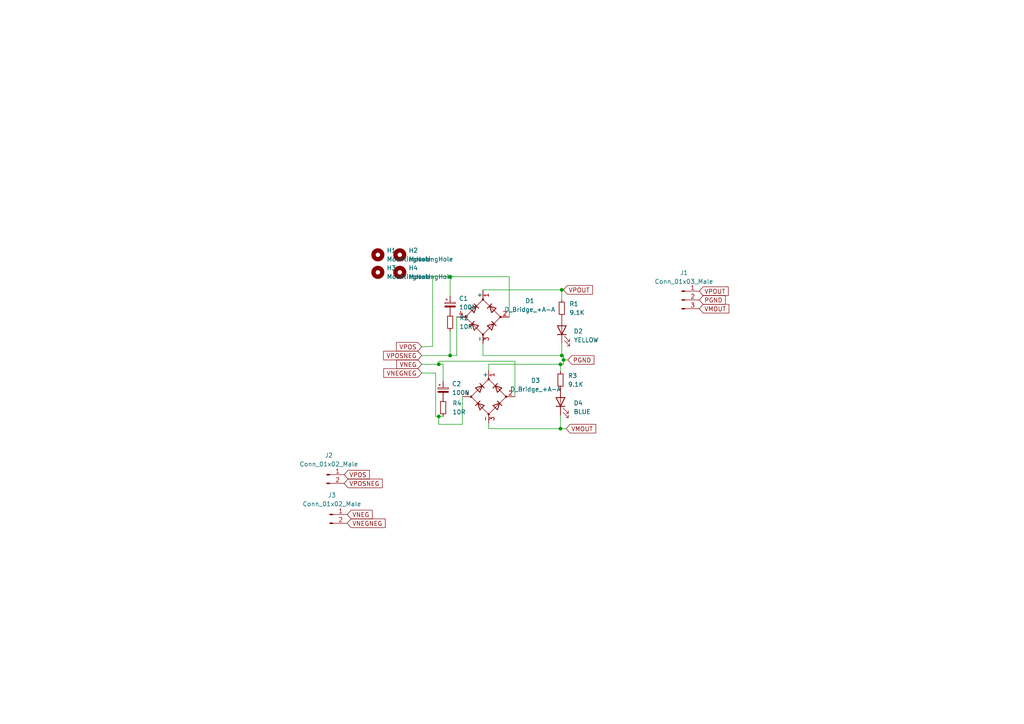
<source format=kicad_sch>
(kicad_sch (version 20211123) (generator eeschema)
  (paper "A4")
  (lib_symbols
    (symbol "Connector:Conn_01x02_Male" (pin_names (offset 1.016) hide)
      (property "Reference" "J" (at 0 2.54 0))
      (property "Value" "Conn_01x02_Male" (at 0 -5.08 0))
      (symbol "Conn_01x02_Male_1_1"
        (polyline (pts (xy 1.27 -2.54) (xy 0.8636 -2.54)) (stroke (width 0.1524)))
        (polyline (pts (xy 1.27 0) (xy 0.8636 0)) (stroke (width 0.1524)))
        (rectangle (start 0.8636 -2.413) (end 0 -2.667) (stroke (width 0.1524)) (fill (type outline)))
        (rectangle (start 0.8636 0.127) (end 0 -0.127) (stroke (width 0.1524)) (fill (type outline)))
        (pin passive line (at 5.08 0 180) (length 3.81) (name "Pin_1") (number "1"))
        (pin passive line (at 5.08 -2.54 180) (length 3.81) (name "Pin_2") (number "2"))
      )
    )
    (symbol "Connector:Conn_01x03_Male" (pin_names (offset 1.016) hide)
      (property "Reference" "J" (at 0 5.08 0))
      (property "Value" "Conn_01x03_Male" (at 0 -5.08 0))
      (symbol "Conn_01x03_Male_1_1"
        (polyline (pts (xy 1.27 -2.54) (xy 0.8636 -2.54)) (stroke (width 0.1524)))
        (polyline (pts (xy 1.27 0) (xy 0.8636 0)) (stroke (width 0.1524)))
        (polyline (pts (xy 1.27 2.54) (xy 0.8636 2.54)) (stroke (width 0.1524)))
        (rectangle (start 0.8636 -2.413) (end 0 -2.667) (stroke (width 0.1524)) (fill (type outline)))
        (rectangle (start 0.8636 0.127) (end 0 -0.127) (stroke (width 0.1524)) (fill (type outline)))
        (rectangle (start 0.8636 2.667) (end 0 2.413) (stroke (width 0.1524)) (fill (type outline)))
        (pin passive line (at 5.08 2.54 180) (length 3.81) (name "Pin_1") (number "1"))
        (pin passive line (at 5.08 0 180) (length 3.81) (name "Pin_2") (number "2"))
        (pin passive line (at 5.08 -2.54 180) (length 3.81) (name "Pin_3") (number "3"))
      )
    )
    (symbol "Device:C_Polarized_Small" (pin_numbers hide) (pin_names (offset 0.254) hide)
      (property "Reference" "C" (at 0.254 1.778 0))
      (property "Value" "C_Polarized_Small" (at 0.254 -2.032 0))
      (symbol "C_Polarized_Small_0_1"
        (rectangle (start -1.524 -0.3048) (end 1.524 -0.6858) (fill (type outline)))
        (rectangle (start -1.524 0.6858) (end 1.524 0.3048))
        (polyline (pts (xy -1.27 1.524) (xy -0.762 1.524)))
        (polyline (pts (xy -1.016 1.27) (xy -1.016 1.778)))
      )
      (symbol "C_Polarized_Small_1_1"
        (pin passive line (at 0 2.54 270) (length 1.8542) (name "~") (number "1"))
        (pin passive line (at 0 -2.54 90) (length 1.8542) (name "~") (number "2"))
      )
    )
    (symbol "Device:D_Bridge_+A-A" (pin_names (offset 0))
      (property "Reference" "D" (at 2.54 6.985 0))
      (property "Value" "D_Bridge_+A-A" (at 2.54 5.08 0))
      (symbol "D_Bridge_+A-A_0_1"
        (circle (center -5.08 0) (radius 0.254) (fill (type outline)))
        (circle (center 0 -5.08) (radius 0.254) (fill (type outline)))
        (polyline (pts (xy -2.54 3.81) (xy -1.27 2.54)) (stroke (width 0.254)))
        (polyline (pts (xy -1.27 -2.54) (xy -2.54 -3.81)) (stroke (width 0.254)))
        (polyline (pts (xy 2.54 -1.27) (xy 3.81 -2.54)) (stroke (width 0.254)))
        (polyline (pts (xy 2.54 1.27) (xy 3.81 2.54)) (stroke (width 0.254)))
        (polyline (pts (xy -3.81 2.54) (xy -2.54 1.27) (xy -1.905 3.175) (xy -3.81 2.54)) (stroke (width 0.254)))
        (polyline (pts (xy -2.54 -1.27) (xy -3.81 -2.54) (xy -1.905 -3.175) (xy -2.54 -1.27)) (stroke (width 0.254)))
        (polyline (pts (xy 1.27 2.54) (xy 2.54 3.81) (xy 3.175 1.905) (xy 1.27 2.54)) (stroke (width 0.254)))
        (polyline (pts (xy 3.175 -1.905) (xy 1.27 -2.54) (xy 2.54 -3.81) (xy 3.175 -1.905)) (stroke (width 0.254)))
        (polyline (pts (xy -5.08 0) (xy 0 -5.08) (xy 5.08 0) (xy 0 5.08) (xy -5.08 0)))
        (circle (center 0 5.08) (radius 0.254) (fill (type outline)))
        (circle (center 5.08 0) (radius 0.254) (fill (type outline)))
      )
      (symbol "D_Bridge_+A-A_1_1"
        (pin passive line (at 7.62 0 180) (length 2.54) (name "+") (number "1"))
        (pin passive line (at 0 -7.62 90) (length 2.54) (name "~") (number "2"))
        (pin passive line (at -7.62 0 0) (length 2.54) (name "-") (number "3"))
        (pin passive line (at 0 7.62 270) (length 2.54) (name "~") (number "4"))
      )
    )
    (symbol "Device:LED" (pin_numbers hide) (pin_names (offset 1.016) hide)
      (property "Reference" "D" (at 0 2.54 0))
      (property "Value" "LED" (at 0 -2.54 0))
      (symbol "LED_0_1"
        (polyline (pts (xy -1.27 -1.27) (xy -1.27 1.27)) (stroke (width 0.254)))
        (polyline (pts (xy -1.27 0) (xy 1.27 0)))
        (polyline (pts (xy 1.27 -1.27) (xy 1.27 1.27) (xy -1.27 0) (xy 1.27 -1.27)) (stroke (width 0.254)))
        (polyline (pts (xy -3.048 -0.762) (xy -4.572 -2.286) (xy -3.81 -2.286) (xy -4.572 -2.286) (xy -4.572 -1.524)))
        (polyline (pts (xy -1.778 -0.762) (xy -3.302 -2.286) (xy -2.54 -2.286) (xy -3.302 -2.286) (xy -3.302 -1.524)))
      )
      (symbol "LED_1_1"
        (pin passive line (at -3.81 0 0) (length 2.54) (name "K") (number "1"))
        (pin passive line (at 3.81 0 180) (length 2.54) (name "A") (number "2"))
      )
    )
    (symbol "Device:R_Small" (pin_numbers hide) (pin_names (offset 0.254) hide)
      (property "Reference" "R" (at 0.762 0.508 0))
      (property "Value" "R_Small" (at 0.762 -1.016 0))
      (symbol "R_Small_0_1"
        (rectangle (start -0.762 1.778) (end 0.762 -1.778) (stroke (width 0.2032)))
      )
      (symbol "R_Small_1_1"
        (pin passive line (at 0 2.54 270) (length 0.762) (name "~") (number "1"))
        (pin passive line (at 0 -2.54 90) (length 0.762) (name "~") (number "2"))
      )
    )
    (symbol "Mechanical:MountingHole" (pin_names (offset 1.016))
      (property "Reference" "H" (at 0 5.08 0))
      (property "Value" "MountingHole" (at 0 3.175 0))
      (symbol "MountingHole_0_1"
        (circle (center 0 0) (radius 1.27) (stroke (width 1.27)))
      )
    )
  )
  (junction (at 162.941 84.074))
  (junction (at 162.56 105.664))
  (junction (at 162.56 124.333))
  (junction (at 130.556 103.124))
  (junction (at 127.254 120.777))
  (junction (at 163.449 104.394))
  (junction (at 130.556 80.264))
  (junction (at 127.254 105.664))
  (junction (at 162.941 103.124))
  (wire (pts (xy 127.254 104.775) (xy 127.254 105.664)))
  (wire (pts (xy 162.56 105.664) (xy 162.56 107.696)))
  (wire (pts (xy 128.524 120.777) (xy 127.254 120.777)))
  (wire (pts (xy 127.254 105.664) (xy 128.524 105.664)))
  (wire (pts (xy 126.365 120.777) (xy 126.365 108.204)))
  (wire (pts (xy 130.556 96.012) (xy 130.556 103.124)))
  (wire (pts (xy 149.352 104.775) (xy 149.352 115.062)))
  (wire (pts (xy 128.524 105.664) (xy 128.524 110.617)))
  (wire (pts (xy 163.449 103.124) (xy 163.449 104.394)))
  (wire (pts (xy 147.701 80.264) (xy 130.556 80.264)))
  (wire (pts (xy 140.081 84.328) (xy 140.081 84.074)))
  (wire (pts (xy 141.732 105.664) (xy 162.56 105.664)))
  (wire (pts (xy 125.476 100.457) (xy 122.301 100.584)))
  (wire (pts (xy 125.476 80.137) (xy 125.476 100.457)))
  (wire (pts (xy 162.941 84.074) (xy 163.449 84.074)))
  (wire (pts (xy 141.732 124.333) (xy 141.732 122.682)))
  (wire (pts (xy 147.701 80.264) (xy 147.701 91.948)))
  (wire (pts (xy 122.301 105.664) (xy 127.254 105.664)))
  (wire (pts (xy 130.556 80.264) (xy 130.556 85.852)))
  (wire (pts (xy 140.081 84.074) (xy 162.941 84.074)))
  (wire (pts (xy 162.56 105.664) (xy 163.449 105.664)))
  (wire (pts (xy 122.301 103.124) (xy 130.556 103.124)))
  (wire (pts (xy 132.461 91.948) (xy 132.461 103.124)))
  (wire (pts (xy 141.732 124.333) (xy 162.56 124.333)))
  (wire (pts (xy 140.081 103.124) (xy 162.941 103.124)))
  (wire (pts (xy 127.254 120.777) (xy 127.254 123.063)))
  (wire (pts (xy 130.556 80.264) (xy 125.476 80.137)))
  (wire (pts (xy 134.112 123.063) (xy 127.254 123.063)))
  (wire (pts (xy 162.56 124.333) (xy 164.211 124.333)))
  (wire (pts (xy 122.301 108.204) (xy 126.365 108.204)))
  (wire (pts (xy 127.254 120.777) (xy 126.365 120.777)))
  (wire (pts (xy 162.941 84.074) (xy 162.941 86.868)))
  (wire (pts (xy 141.732 105.664) (xy 141.732 107.442)))
  (wire (pts (xy 140.081 99.568) (xy 140.081 103.124)))
  (wire (pts (xy 162.941 99.568) (xy 162.941 103.124)))
  (wire (pts (xy 163.449 104.394) (xy 163.449 105.664)))
  (wire (pts (xy 130.556 103.124) (xy 132.461 103.124)))
  (wire (pts (xy 162.941 103.124) (xy 163.449 103.124)))
  (wire (pts (xy 134.112 115.062) (xy 134.112 123.063)))
  (wire (pts (xy 149.352 104.775) (xy 127.254 104.775)))
  (wire (pts (xy 163.449 104.394) (xy 164.719 104.394)))
  (wire (pts (xy 162.56 120.396) (xy 162.56 124.333)))
  (global_label "VPOUT" (shape input) (at 163.449 84.074 0) (property "Intersheet References" "${INTERSHEET_REFS}" (effects hide)))
  (global_label "VPOSNEG" (shape input) (at 122.301 103.124 180) (property "Intersheet References" "${INTERSHEET_REFS}" (effects hide)))
  (global_label "VMOUT" (shape input) (at 164.211 124.333 0) (property "Intersheet References" "${INTERSHEET_REFS}" (effects hide)))
  (global_label "VPOS" (shape input) (at 99.822 137.668 0) (property "Intersheet References" "${INTERSHEET_REFS}" (effects hide)))
  (global_label "VNEGNEG" (shape input) (at 122.301 108.204 180) (property "Intersheet References" "${INTERSHEET_REFS}" (effects hide)))
  (global_label "VPOUT" (shape input) (at 202.819 84.455 0) (property "Intersheet References" "${INTERSHEET_REFS}" (effects hide)))
  (global_label "VMOUT" (shape input) (at 202.819 89.535 0) (property "Intersheet References" "${INTERSHEET_REFS}" (effects hide)))
  (global_label "VNEG" (shape input) (at 122.301 105.664 180) (property "Intersheet References" "${INTERSHEET_REFS}" (effects hide)))
  (global_label "PGND" (shape input) (at 164.719 104.394 0) (property "Intersheet References" "${INTERSHEET_REFS}" (effects hide)))
  (global_label "VPOSNEG" (shape input) (at 99.822 140.208 0) (property "Intersheet References" "${INTERSHEET_REFS}" (effects hide)))
  (global_label "PGND" (shape input) (at 202.819 86.995 0) (property "Intersheet References" "${INTERSHEET_REFS}" (effects hide)))
  (global_label "VPOS" (shape input) (at 122.301 100.584 180) (property "Intersheet References" "${INTERSHEET_REFS}" (effects hide)))
  (global_label "VNEGNEG" (shape input) (at 100.711 151.765 0) (property "Intersheet References" "${INTERSHEET_REFS}" (effects hide)))
  (global_label "VNEG" (shape input) (at 100.711 149.225 0) (property "Intersheet References" "${INTERSHEET_REFS}" (effects hide)))
  (symbol (lib_id "Device:D_Bridge_+A-A") (at 141.732 115.062 90) (unit 1)
    (property "Reference" "D3" (at 155.321 110.363 90))
    (property "Value" "D_Bridge_+A-A" (at 155.321 112.903 90))
    (property "Footprint" "Diode_THT:Diode_Bridge_19.0x19.0x6.8mm_P12.7mm" (effects hide))
  )
  (symbol (lib_id "Connector:Conn_01x02_Male") (at 94.742 137.668 0) (unit 1)
    (property "Reference" "J2" (at 95.377 132.08 0))
    (property "Value" "Conn_01x02_Male" (at 95.377 134.62 0))
    (property "Footprint" "Connector_JST:JST_VH_B2P-VH-B_1x02_P3.96mm_Vertical" (effects hide))
  )
  (symbol (lib_id "Device:R_Small") (at 162.56 110.236 0) (unit 1)
    (property "Reference" "R3" (at 164.719 108.9659 0) (effects (justify left)))
    (property "Value" "9.1K" (at 164.719 111.5059 0) (effects (justify left)))
    (property "Footprint" "Resistor_SMD:R_0805_2012Metric_Pad1.20x1.40mm_HandSolder" (effects hide))
  )
  (symbol (lib_id "Mechanical:MountingHole") (at 109.601 78.994 0) (unit 1)
    (property "Reference" "H3" (at 112.141 77.7239 0) (effects (justify left)))
    (property "Value" "MountingHole" (at 112.141 80.2639 0) (effects (justify left)))
    (property "Footprint" "MountingHole:MountingHole_3mm" (effects hide))
  )
  (symbol (lib_id "Mechanical:MountingHole") (at 109.601 73.914 0) (unit 1)
    (property "Reference" "H1" (at 112.141 72.6439 0) (effects (justify left)))
    (property "Value" "MountingHole" (at 112.141 75.1839 0) (effects (justify left)))
    (property "Footprint" "MountingHole:MountingHole_3mm" (effects hide))
  )
  (symbol (lib_id "Device:D_Bridge_+A-A") (at 140.081 91.948 90) (unit 1)
    (property "Reference" "D1" (at 153.67 87.249 90))
    (property "Value" "D_Bridge_+A-A" (at 153.67 89.789 90))
    (property "Footprint" "Diode_THT:Diode_Bridge_19.0x19.0x6.8mm_P12.7mm" (effects hide))
  )
  (symbol (lib_id "Device:LED") (at 162.941 95.758 90) (unit 1)
    (property "Reference" "D2" (at 166.37 96.0754 90) (effects (justify right)))
    (property "Value" "YELLOW" (at 166.37 98.6154 90) (effects (justify right)))
    (property "Footprint" "LED_SMD:LED_0805_2012Metric_Pad1.15x1.40mm_HandSolder" (effects hide))
  )
  (symbol (lib_id "Connector:Conn_01x02_Male") (at 95.631 149.225 0) (unit 1)
    (property "Reference" "J3" (at 96.266 143.637 0))
    (property "Value" "Conn_01x02_Male" (at 96.266 146.177 0))
    (property "Footprint" "Connector_JST:JST_VH_B2P-VH-B_1x02_P3.96mm_Vertical" (effects hide))
  )
  (symbol (lib_id "Connector:Conn_01x03_Male") (at 197.739 86.995 0) (unit 1)
    (property "Reference" "J1" (at 198.374 79.121 0))
    (property "Value" "Conn_01x03_Male" (at 198.374 81.661 0))
    (property "Footprint" "Connector_JST:JST_VH_B3P-VH_1x03_P3.96mm_Vertical" (effects hide))
  )
  (symbol (lib_id "Mechanical:MountingHole") (at 115.951 78.994 0) (unit 1)
    (property "Reference" "H4" (at 118.491 77.7239 0) (effects (justify left)))
    (property "Value" "MountingHole" (at 118.491 80.2639 0) (effects (justify left)))
    (property "Footprint" "MountingHole:MountingHole_3.2mm_M3" (effects hide))
  )
  (symbol (lib_id "Device:LED") (at 162.56 116.586 90) (unit 1)
    (property "Reference" "D4" (at 166.37 116.9034 90) (effects (justify right)))
    (property "Value" "BLUE" (at 166.37 119.4434 90) (effects (justify right)))
    (property "Footprint" "LED_SMD:LED_0805_2012Metric_Pad1.15x1.40mm_HandSolder" (effects hide))
  )
  (symbol (lib_id "Device:R_Small") (at 162.941 89.408 0) (unit 1)
    (property "Reference" "R1" (at 165.1 88.1379 0) (effects (justify left)))
    (property "Value" "9.1K" (at 165.1 90.6779 0) (effects (justify left)))
    (property "Footprint" "Resistor_SMD:R_0805_2012Metric_Pad1.20x1.40mm_HandSolder" (effects hide))
  )
  (symbol (lib_id "Device:C_Polarized_Small") (at 128.524 113.157 0) (unit 1)
    (property "Reference" "C2" (at 131.064 111.3408 0) (effects (justify left)))
    (property "Value" "100N" (at 131.064 113.8808 0) (effects (justify left)))
    (property "Footprint" "Capacitor_THT:C_Rect_L13.0mm_W6.0mm_P10.00mm_FKS3_FKP3_MKS4" (effects hide))
  )
  (symbol (lib_id "Device:C_Polarized_Small") (at 130.556 88.392 0) (unit 1)
    (property "Reference" "C1" (at 133.096 86.5758 0) (effects (justify left)))
    (property "Value" "100N" (at 133.096 89.1158 0) (effects (justify left)))
    (property "Footprint" "Capacitor_THT:C_Rect_L13.0mm_W6.0mm_P10.00mm_FKS3_FKP3_MKS4" (effects hide))
  )
  (symbol (lib_id "Mechanical:MountingHole") (at 115.951 73.914 0) (unit 1)
    (property "Reference" "H2" (at 118.491 72.6439 0) (effects (justify left)))
    (property "Value" "MountingHole" (at 118.491 75.1839 0) (effects (justify left)))
    (property "Footprint" "MountingHole:MountingHole_3.2mm_M3" (effects hide))
  )
  (symbol (lib_id "Device:R_Small") (at 130.556 93.472 0) (unit 1)
    (property "Reference" "R2" (at 133.223 92.2019 0) (effects (justify left)))
    (property "Value" "10R" (at 133.223 94.7419 0) (effects (justify left)))
    (property "Footprint" "Resistor_THT:R_Axial_DIN0411_L9.9mm_D3.6mm_P15.24mm_Horizontal" (effects hide))
  )
  (symbol (lib_id "Device:R_Small") (at 128.524 118.237 0) (unit 1)
    (property "Reference" "R4" (at 131.191 116.9669 0) (effects (justify left)))
    (property "Value" "10R" (at 131.191 119.5069 0) (effects (justify left)))
    (property "Footprint" "Resistor_THT:R_Axial_DIN0411_L9.9mm_D3.6mm_P15.24mm_Horizontal" (effects hide))
  )
)
</source>
